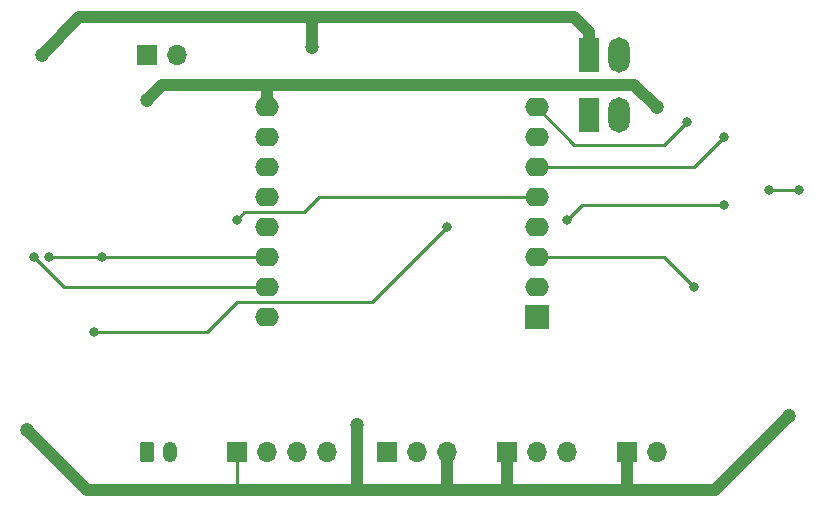
<source format=gbr>
%TF.GenerationSoftware,KiCad,Pcbnew,7.0.5-0*%
%TF.CreationDate,2023-07-09T14:34:54+02:00*%
%TF.ProjectId,pirate-pcb,70697261-7465-42d7-9063-622e6b696361,1A*%
%TF.SameCoordinates,Original*%
%TF.FileFunction,Copper,L2,Bot*%
%TF.FilePolarity,Positive*%
%FSLAX46Y46*%
G04 Gerber Fmt 4.6, Leading zero omitted, Abs format (unit mm)*
G04 Created by KiCad (PCBNEW 7.0.5-0) date 2023-07-09 14:34:54*
%MOMM*%
%LPD*%
G01*
G04 APERTURE LIST*
G04 Aperture macros list*
%AMRoundRect*
0 Rectangle with rounded corners*
0 $1 Rounding radius*
0 $2 $3 $4 $5 $6 $7 $8 $9 X,Y pos of 4 corners*
0 Add a 4 corners polygon primitive as box body*
4,1,4,$2,$3,$4,$5,$6,$7,$8,$9,$2,$3,0*
0 Add four circle primitives for the rounded corners*
1,1,$1+$1,$2,$3*
1,1,$1+$1,$4,$5*
1,1,$1+$1,$6,$7*
1,1,$1+$1,$8,$9*
0 Add four rect primitives between the rounded corners*
20,1,$1+$1,$2,$3,$4,$5,0*
20,1,$1+$1,$4,$5,$6,$7,0*
20,1,$1+$1,$6,$7,$8,$9,0*
20,1,$1+$1,$8,$9,$2,$3,0*%
G04 Aperture macros list end*
%TA.AperFunction,ComponentPad*%
%ADD10R,1.700000X1.700000*%
%TD*%
%TA.AperFunction,ComponentPad*%
%ADD11O,1.700000X1.700000*%
%TD*%
%TA.AperFunction,ComponentPad*%
%ADD12RoundRect,0.250000X-0.350000X-0.625000X0.350000X-0.625000X0.350000X0.625000X-0.350000X0.625000X0*%
%TD*%
%TA.AperFunction,ComponentPad*%
%ADD13O,1.200000X1.750000*%
%TD*%
%TA.AperFunction,ComponentPad*%
%ADD14R,1.800000X3.000000*%
%TD*%
%TA.AperFunction,ComponentPad*%
%ADD15O,1.800000X3.000000*%
%TD*%
%TA.AperFunction,ComponentPad*%
%ADD16R,2.000000X2.000000*%
%TD*%
%TA.AperFunction,ComponentPad*%
%ADD17O,2.000000X1.600000*%
%TD*%
%TA.AperFunction,ViaPad*%
%ADD18C,1.200000*%
%TD*%
%TA.AperFunction,ViaPad*%
%ADD19C,0.800000*%
%TD*%
%TA.AperFunction,Conductor*%
%ADD20C,1.000000*%
%TD*%
%TA.AperFunction,Conductor*%
%ADD21C,0.250000*%
%TD*%
G04 APERTURE END LIST*
D10*
%TO.P,J7,1,Pin_1*%
%TO.N,Net-(D7-A)*%
X128410000Y-89125000D03*
D11*
%TO.P,J7,2,Pin_2*%
%TO.N,Net-(J7-Pin_2)*%
X130950000Y-89125000D03*
%TD*%
D10*
%TO.P,J3,1,Pin_1*%
%TO.N,+3V3*%
X148730000Y-122780000D03*
D11*
%TO.P,J3,2,Pin_2*%
%TO.N,unconnected-(J3-Pin_2-Pad2)*%
X151270000Y-122780000D03*
%TO.P,J3,3,Pin_3*%
%TO.N,GND*%
X153810000Y-122780000D03*
%TD*%
D12*
%TO.P,J2,1,Pin_1*%
%TO.N,Net-(D4-A)*%
X128410000Y-122780000D03*
D13*
%TO.P,J2,2,Pin_2*%
%TO.N,VCC*%
X130410000Y-122780000D03*
%TD*%
D14*
%TO.P,J1,1,Pin_1*%
%TO.N,GND*%
X165875000Y-89125000D03*
X165875000Y-94205000D03*
D15*
%TO.P,J1,2,Pin_2*%
%TO.N,Net-(J1-Pin_2)*%
X168415000Y-89125000D03*
X168415000Y-94205000D03*
%TD*%
D10*
%TO.P,J5,1,Pin_1*%
%TO.N,GND*%
X169050000Y-122780000D03*
D11*
%TO.P,J5,2,Pin_2*%
%TO.N,Net-(D8-K)*%
X171590000Y-122780000D03*
%TD*%
D10*
%TO.P,J4,1,Pin_1*%
%TO.N,GND*%
X136030000Y-122780000D03*
D11*
%TO.P,J4,2,Pin_2*%
%TO.N,Net-(J4-Pin_2)*%
X138570000Y-122780000D03*
%TO.P,J4,3,Pin_3*%
%TO.N,Net-(J4-Pin_3)*%
X141110000Y-122780000D03*
%TO.P,J4,4,Pin_4*%
%TO.N,unconnected-(J4-Pin_4-Pad4)*%
X143650000Y-122780000D03*
%TD*%
D10*
%TO.P,J6,1,Pin_1*%
%TO.N,GND*%
X158890000Y-122780000D03*
D11*
%TO.P,J6,2,Pin_2*%
%TO.N,Net-(J6-Pin_2)*%
X161430000Y-122780000D03*
%TO.P,J6,3,Pin_3*%
%TO.N,+5VL*%
X163970000Y-122780000D03*
%TD*%
D16*
%TO.P,U1,1,~{RST}*%
%TO.N,unconnected-(U1-~{RST}-Pad1)*%
X161430000Y-111350000D03*
D17*
%TO.P,U1,2,A0*%
%TO.N,unconnected-(U1-A0-Pad2)*%
X161430000Y-108810000D03*
%TO.P,U1,3,D0*%
%TO.N,Net-(U1-D0)*%
X161430000Y-106270000D03*
%TO.P,U1,4,SCK/D5*%
%TO.N,Net-(J6-Pin_2)*%
X161430000Y-103730000D03*
%TO.P,U1,5,MISO/D6*%
%TO.N,Net-(J4-Pin_2)*%
X161430000Y-101190000D03*
%TO.P,U1,6,MOSI/D7*%
%TO.N,Net-(D3-K)*%
X161430000Y-98650000D03*
%TO.P,U1,7,CS/D8*%
%TO.N,Net-(Q3-G)*%
X161430000Y-96110000D03*
%TO.P,U1,8,3V3*%
%TO.N,+3V3*%
X161430000Y-93570000D03*
%TO.P,U1,9,5V*%
%TO.N,VCC*%
X138570000Y-93570000D03*
%TO.P,U1,10,GND*%
%TO.N,GND*%
X138570000Y-96110000D03*
%TO.P,U1,11,D4*%
%TO.N,unconnected-(U1-D4-Pad11)*%
X138570000Y-98650000D03*
%TO.P,U1,12,D3*%
%TO.N,unconnected-(U1-D3-Pad12)*%
X138570000Y-101190000D03*
%TO.P,U1,13,SDA/D2*%
%TO.N,Net-(J4-Pin_3)*%
X138570000Y-103730000D03*
%TO.P,U1,14,SCL/D1*%
%TO.N,AUDIO_EN*%
X138570000Y-106270000D03*
%TO.P,U1,15,RX*%
%TO.N,AUDIO_PDM*%
X138570000Y-108810000D03*
%TO.P,U1,16,TX*%
%TO.N,unconnected-(U1-TX-Pad16)*%
X138570000Y-111350000D03*
%TD*%
D18*
%TO.N,GND*%
X119520000Y-89125000D03*
X118250000Y-120875000D03*
D19*
X181085000Y-100555000D03*
X183655000Y-100555000D03*
D18*
X146190000Y-120494000D03*
X142380000Y-88490000D03*
X182766000Y-119732000D03*
%TO.N,VCC*%
X128410000Y-92935000D03*
X171590000Y-93570000D03*
D19*
%TO.N,+3V3*%
X174130000Y-94840000D03*
%TO.N,Net-(J4-Pin_2)*%
X136030000Y-103095000D03*
%TO.N,Net-(Q3-G)*%
X123965000Y-112620000D03*
X153810000Y-103730000D03*
%TO.N,AUDIO_EN*%
X120155000Y-106270000D03*
X124600000Y-106270000D03*
%TO.N,AUDIO_PDM*%
X118885000Y-106270000D03*
%TO.N,Net-(D3-K)*%
X177305000Y-96110000D03*
%TO.N,Net-(D2-K)*%
X163970000Y-103095000D03*
X177305000Y-101825000D03*
%TO.N,Net-(U1-D0)*%
X174765000Y-108810000D03*
%TD*%
D20*
%TO.N,GND*%
X136030000Y-125955000D02*
X123330000Y-125955000D01*
X176543000Y-125955000D02*
X169050000Y-125955000D01*
X158890000Y-122780000D02*
X158890000Y-125955000D01*
X158890000Y-125955000D02*
X169050000Y-125955000D01*
D21*
X183655000Y-100555000D02*
X181085000Y-100555000D01*
D20*
X158890000Y-125955000D02*
X153810000Y-125955000D01*
X165875000Y-87220000D02*
X165875000Y-89125000D01*
X122695000Y-85950000D02*
X135395000Y-85950000D01*
X135395000Y-85950000D02*
X142380000Y-85950000D01*
X169050000Y-125955000D02*
X169050000Y-122780000D01*
X182766000Y-119732000D02*
X176543000Y-125955000D01*
D21*
X136030000Y-125955000D02*
X136030000Y-122780000D01*
D20*
X146190000Y-125955000D02*
X136030000Y-125955000D01*
X153810000Y-125955000D02*
X153810000Y-122780000D01*
X153810000Y-125955000D02*
X146190000Y-125955000D01*
X123330000Y-125955000D02*
X118250000Y-120875000D01*
X142380000Y-85950000D02*
X142380000Y-88490000D01*
X142380000Y-85950000D02*
X164605000Y-85950000D01*
X119520000Y-89125000D02*
X122695000Y-85950000D01*
X146190000Y-120494000D02*
X146190000Y-125955000D01*
X164605000Y-85950000D02*
X165875000Y-87220000D01*
%TO.N,VCC*%
X138570000Y-93570000D02*
X138570000Y-91665000D01*
X138570000Y-91665000D02*
X169685000Y-91665000D01*
X129680000Y-91665000D02*
X128410000Y-92935000D01*
X169685000Y-91665000D02*
X171590000Y-93570000D01*
X138570000Y-91665000D02*
X129680000Y-91665000D01*
D21*
%TO.N,+3V3*%
X164605000Y-96745000D02*
X172225000Y-96745000D01*
X172225000Y-96745000D02*
X174130000Y-94840000D01*
X161430000Y-93570000D02*
X164605000Y-96745000D01*
%TO.N,Net-(J4-Pin_2)*%
X141745000Y-102460000D02*
X136665000Y-102460000D01*
X161430000Y-101190000D02*
X143015000Y-101190000D01*
X143015000Y-101190000D02*
X141745000Y-102460000D01*
X136665000Y-102460000D02*
X136030000Y-103095000D01*
%TO.N,Net-(Q3-G)*%
X123965000Y-112620000D02*
X133490000Y-112620000D01*
X147460000Y-110080000D02*
X153810000Y-103730000D01*
X133490000Y-112620000D02*
X136030000Y-110080000D01*
X136030000Y-110080000D02*
X147460000Y-110080000D01*
%TO.N,AUDIO_EN*%
X138570000Y-106270000D02*
X124600000Y-106270000D01*
X124600000Y-106270000D02*
X120155000Y-106270000D01*
%TO.N,AUDIO_PDM*%
X130315000Y-108810000D02*
X138570000Y-108810000D01*
X130315000Y-108810000D02*
X121425000Y-108810000D01*
X121425000Y-108810000D02*
X118885000Y-106270000D01*
%TO.N,Net-(D3-K)*%
X161430000Y-98650000D02*
X174765000Y-98650000D01*
X174765000Y-98650000D02*
X177305000Y-96110000D01*
%TO.N,Net-(D2-K)*%
X177305000Y-101825000D02*
X165240000Y-101825000D01*
X165240000Y-101825000D02*
X163970000Y-103095000D01*
%TO.N,Net-(U1-D0)*%
X174765000Y-108810000D02*
X172225000Y-106270000D01*
X172225000Y-106270000D02*
X161430000Y-106270000D01*
%TD*%
M02*

</source>
